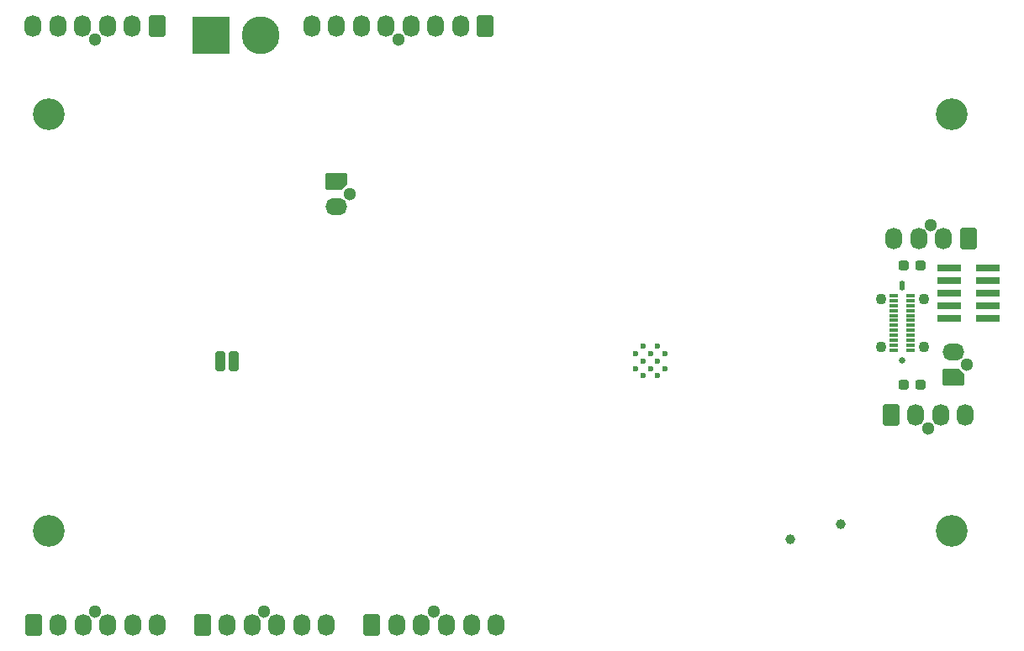
<source format=gbr>
%TF.GenerationSoftware,KiCad,Pcbnew,8.0.2*%
%TF.CreationDate,2024-07-28T21:03:14+03:00*%
%TF.ProjectId,hiro_samurai,6869726f-5f73-4616-9d75-7261692e6b69,rev?*%
%TF.SameCoordinates,Original*%
%TF.FileFunction,Soldermask,Top*%
%TF.FilePolarity,Negative*%
%FSLAX46Y46*%
G04 Gerber Fmt 4.6, Leading zero omitted, Abs format (unit mm)*
G04 Created by KiCad (PCBNEW 8.0.2) date 2024-07-28 21:03:14*
%MOMM*%
%LPD*%
G01*
G04 APERTURE LIST*
G04 Aperture macros list*
%AMRoundRect*
0 Rectangle with rounded corners*
0 $1 Rounding radius*
0 $2 $3 $4 $5 $6 $7 $8 $9 X,Y pos of 4 corners*
0 Add a 4 corners polygon primitive as box body*
4,1,4,$2,$3,$4,$5,$6,$7,$8,$9,$2,$3,0*
0 Add four circle primitives for the rounded corners*
1,1,$1+$1,$2,$3*
1,1,$1+$1,$4,$5*
1,1,$1+$1,$6,$7*
1,1,$1+$1,$8,$9*
0 Add four rect primitives between the rounded corners*
20,1,$1+$1,$2,$3,$4,$5,0*
20,1,$1+$1,$4,$5,$6,$7,0*
20,1,$1+$1,$6,$7,$8,$9,0*
20,1,$1+$1,$8,$9,$2,$3,0*%
%AMFreePoly0*
4,1,22,0.945671,0.830970,1.026777,0.776777,1.080970,0.695671,1.100000,0.600000,1.100000,-0.600000,1.080970,-0.695671,1.026777,-0.776777,0.945671,-0.830970,0.850000,-0.850000,-0.450000,-0.850000,-0.545671,-0.830970,-0.626777,-0.776777,-1.026777,-0.376777,-1.080970,-0.295671,-1.100000,-0.200000,-1.100000,0.600000,-1.080970,0.695671,-1.026777,0.776777,-0.945671,0.830970,-0.850000,0.850000,
0.850000,0.850000,0.945671,0.830970,0.945671,0.830970,$1*%
%AMFreePoly1*
4,1,22,0.945671,0.830970,1.026777,0.776777,1.080970,0.695671,1.100000,0.600000,1.100000,-0.600000,1.080970,-0.695671,1.026777,-0.776777,0.945671,-0.830970,0.850000,-0.850000,-0.850000,-0.850000,-0.945671,-0.830970,-1.026777,-0.776777,-1.080970,-0.695671,-1.100000,-0.600000,-1.100000,0.200000,-1.080970,0.295671,-1.026777,0.376777,-0.626777,0.776777,-0.545671,0.830970,-0.450000,0.850000,
0.850000,0.850000,0.945671,0.830970,0.945671,0.830970,$1*%
G04 Aperture macros list end*
%ADD10C,1.300000*%
%ADD11RoundRect,0.250000X0.600000X-0.850000X0.600000X0.850000X-0.600000X0.850000X-0.600000X-0.850000X0*%
%ADD12O,1.700000X2.200000*%
%ADD13R,2.400000X0.740000*%
%ADD14RoundRect,0.250000X-0.250000X-0.750000X0.250000X-0.750000X0.250000X0.750000X-0.250000X0.750000X0*%
%ADD15C,0.660000*%
%ADD16O,0.580000X1.000000*%
%ADD17R,0.850000X0.300000*%
%ADD18C,1.100000*%
%ADD19C,3.200000*%
%ADD20C,1.000000*%
%ADD21RoundRect,0.237500X-0.287500X-0.237500X0.287500X-0.237500X0.287500X0.237500X-0.287500X0.237500X0*%
%ADD22FreePoly0,180.000000*%
%ADD23O,2.200000X1.700000*%
%ADD24RoundRect,0.250000X-0.600000X0.850000X-0.600000X-0.850000X0.600000X-0.850000X0.600000X0.850000X0*%
%ADD25FreePoly1,180.000000*%
%ADD26R,3.800000X3.800000*%
%ADD27C,3.800000*%
%ADD28C,0.600000*%
G04 APERTURE END LIST*
D10*
%TO.C,J14*%
X92200242Y22387945D03*
D11*
X88450242Y23727945D03*
D12*
X90950242Y23727945D03*
X93450242Y23727945D03*
X95950242Y23727945D03*
%TD*%
D13*
%TO.C,J16*%
X94313400Y38540000D03*
X98213400Y38540000D03*
X94313400Y37270000D03*
X98213400Y37270000D03*
X94313400Y36000000D03*
X98213400Y36000000D03*
X94313400Y34730000D03*
X98213400Y34730000D03*
X94313400Y33460000D03*
X98213400Y33460000D03*
%TD*%
D14*
%TO.C,J7*%
X20876200Y29116600D03*
%TD*%
D15*
%TO.C,J8*%
X89601700Y29255000D03*
D16*
X89601700Y36755000D03*
D17*
X88766700Y30255000D03*
X88766700Y30755000D03*
X88766700Y31255000D03*
X88766700Y31755000D03*
X88766700Y32255000D03*
X88766700Y32755000D03*
X88766700Y33255000D03*
X88766700Y33755000D03*
X88766700Y34255000D03*
X88766700Y34755000D03*
X88766700Y35255000D03*
X88766700Y35755000D03*
X90436700Y35755000D03*
X90436700Y35255000D03*
X90436700Y34755000D03*
X90436700Y34255000D03*
X90436700Y33755000D03*
X90436700Y33255000D03*
X90436700Y32755000D03*
X90436700Y32255000D03*
X90436700Y31755000D03*
X90436700Y31255000D03*
X90436700Y30755000D03*
X90436700Y30255000D03*
D18*
X87451700Y30605000D03*
X91751700Y30605000D03*
X87451700Y35405000D03*
X91751700Y35405000D03*
%TD*%
D19*
%TO.C,H3*%
X3601700Y12005000D03*
%TD*%
%TO.C,H4*%
X94601700Y12005000D03*
%TD*%
D20*
%TO.C,TP2*%
X83411000Y12759000D03*
%TD*%
D19*
%TO.C,H2*%
X3601700Y54005000D03*
%TD*%
D21*
%TO.C,D2*%
X89726700Y26755000D03*
X91476700Y26755000D03*
%TD*%
%TO.C,D1*%
X89726700Y38755000D03*
X91476700Y38755000D03*
%TD*%
D19*
%TO.C,H1*%
X94601700Y54005000D03*
%TD*%
D10*
%TO.C,J3*%
X96103507Y28802931D03*
D22*
X94763507Y27552931D03*
D23*
X94763507Y30052931D03*
%TD*%
D10*
%TO.C,J2*%
X92495000Y42835000D03*
D24*
X96245000Y41495000D03*
D12*
X93745000Y41495000D03*
X91245000Y41495000D03*
X88745000Y41495000D03*
%TD*%
D20*
%TO.C,TP1*%
X78331000Y11235000D03*
%TD*%
D14*
%TO.C,J6*%
X22298600Y29116600D03*
%TD*%
D10*
%TO.C,J9*%
X33941700Y46005000D03*
D25*
X32601700Y47255000D03*
D23*
X32601700Y44755000D03*
%TD*%
D10*
%TO.C,J4*%
X8327000Y3939000D03*
D24*
X2077000Y2599000D03*
D12*
X4577000Y2599000D03*
X7077000Y2599000D03*
X9577000Y2599000D03*
X12077000Y2599000D03*
X14577000Y2599000D03*
%TD*%
D10*
%TO.C,J5*%
X8287000Y61595000D03*
D11*
X14537000Y62935000D03*
D12*
X12037000Y62935000D03*
X9537000Y62935000D03*
X7037000Y62935000D03*
X4537000Y62935000D03*
X2037000Y62935000D03*
%TD*%
D10*
%TO.C,J10*%
X25345000Y3939000D03*
D24*
X19095000Y2599000D03*
D12*
X21595000Y2599000D03*
X24095000Y2599000D03*
X26595000Y2599000D03*
X29095000Y2599000D03*
X31595000Y2599000D03*
%TD*%
D10*
%TO.C,J13*%
X42441000Y3939000D03*
D24*
X36191000Y2599000D03*
D12*
X38691000Y2599000D03*
X41191000Y2599000D03*
X43691000Y2599000D03*
X46191000Y2599000D03*
X48691000Y2599000D03*
%TD*%
D26*
%TO.C,J1*%
X19991000Y62035000D03*
D27*
X24991000Y62035000D03*
%TD*%
D10*
%TO.C,J12*%
X38851700Y61595000D03*
D11*
X47601700Y62935000D03*
D12*
X45101700Y62935000D03*
X42601700Y62935000D03*
X40101700Y62935000D03*
X37601700Y62935000D03*
X35101700Y62935000D03*
X32601700Y62935000D03*
X30101700Y62935000D03*
%TD*%
D28*
%TO.C,U3*%
X62722601Y29913770D03*
X62722601Y28413770D03*
X63472601Y30663770D03*
X63472601Y29163770D03*
X63472601Y27663770D03*
X64222601Y29913770D03*
X64222601Y28413770D03*
X64972601Y30663770D03*
X64972601Y29163770D03*
X64972601Y27663770D03*
X65722601Y29913770D03*
X65722601Y28413770D03*
%TD*%
M02*

</source>
